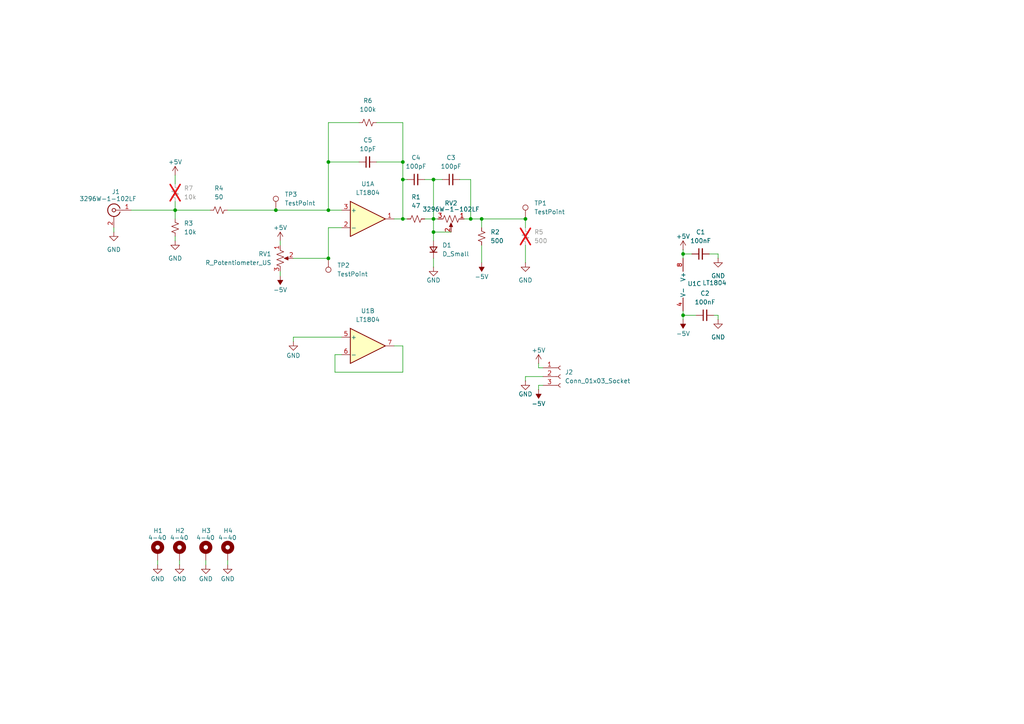
<source format=kicad_sch>
(kicad_sch (version 20231120) (generator "eeschema") (generator_version "8.0")
  (paper "A4")
  (title_block (title "GaN Gate Driver") (date "2024-06-16") (rev "v1.0") (company "OpenEPR") (comment 1 "Timothy Keller"))
  (lib_symbols
    (symbol "Amplifier_Operational:LMV358" (pin_names (offset 0.127))
      (property "Reference" "U" (at 0 5.08 0))
      (property "Value" "LMV358" (at 0 -5.08 0))
      (symbol "LMV358_1_1"
        (polyline (pts (xy -5.08 5.08) (xy 5.08 0) (xy -5.08 -5.08) (xy -5.08 5.08)) (stroke (width 0.254)) (fill (type background)))
        (pin output line (at 7.62 0 180) (length 2.54) (name "~") (number "1"))
        (pin input line (at -7.62 -2.54 0) (length 2.54) (name "-") (number "2"))
        (pin input line (at -7.62 2.54 0) (length 2.54) (name "+") (number "3"))
      )
      (symbol "LMV358_2_1"
        (polyline (pts (xy -5.08 5.08) (xy 5.08 0) (xy -5.08 -5.08) (xy -5.08 5.08)) (stroke (width 0.254)) (fill (type background)))
        (pin input line (at -7.62 2.54 0) (length 2.54) (name "+") (number "5"))
        (pin input line (at -7.62 -2.54 0) (length 2.54) (name "-") (number "6"))
        (pin output line (at 7.62 0 180) (length 2.54) (name "~") (number "7"))
      )
      (symbol "LMV358_3_1"
        (pin power_in line (at -2.54 -7.62 90) (length 3.81) (name "V-") (number "4"))
        (pin power_in line (at -2.54 7.62 270) (length 3.81) (name "V+") (number "8"))
      )
    )
    (symbol "Connector:Conn_01x03_Socket" (pin_names (offset 1.016) hide)
      (property "Reference" "J" (at 0 5.08 0))
      (property "Value" "Conn_01x03_Socket" (at 0 -5.08 0))
      (symbol "Conn_01x03_Socket_1_1"
        (arc (start 0 -2.032) (mid -0.5058 -2.54) (end 0 -3.048) (stroke (width 0.1524)))
        (polyline (pts (xy -1.27 -2.54) (xy -0.508 -2.54)) (stroke (width 0.1524)))
        (polyline (pts (xy -1.27 0) (xy -0.508 0)) (stroke (width 0.1524)))
        (polyline (pts (xy -1.27 2.54) (xy -0.508 2.54)) (stroke (width 0.1524)))
        (arc (start 0 0.508) (mid -0.5058 0) (end 0 -0.508) (stroke (width 0.1524)))
        (arc (start 0 3.048) (mid -0.5058 2.54) (end 0 2.032) (stroke (width 0.1524)))
        (pin passive line (at -5.08 2.54 0) (length 3.81) (name "Pin_1") (number "1"))
        (pin passive line (at -5.08 0 0) (length 3.81) (name "Pin_2") (number "2"))
        (pin passive line (at -5.08 -2.54 0) (length 3.81) (name "Pin_3") (number "3"))
      )
    )
    (symbol "Connector:Conn_Coaxial" (pin_names (offset 1.016) hide)
      (property "Reference" "J" (at 0.254 3.048 0))
      (property "Value" "Conn_Coaxial" (at 2.921 0 90))
      (symbol "Conn_Coaxial_0_1"
        (arc (start -1.778 -0.508) (mid 0.2311 -1.8066) (end 1.778 0) (stroke (width 0.254)))
        (polyline (pts (xy -2.54 0) (xy -0.508 0)))
        (polyline (pts (xy 0 -2.54) (xy 0 -1.778)))
        (circle (center 0 0) (radius 0.508) (stroke (width 0.2032)))
        (arc (start 1.778 0) (mid 0.2099 1.8101) (end -1.778 0.508) (stroke (width 0.254)))
      )
      (symbol "Conn_Coaxial_1_1"
        (pin passive line (at -5.08 0 0) (length 2.54) (name "In") (number "1"))
        (pin passive line (at 0 -5.08 90) (length 2.54) (name "Ext") (number "2"))
      )
    )
    (symbol "Connector:TestPoint" (pin_numbers hide) (pin_names (offset 0.762) hide)
      (property "Reference" "TP" (at 0 6.858 0))
      (property "Value" "TestPoint" (at 0 5.08 0))
      (symbol "TestPoint_0_1"
        (circle (center 0 3.302) (radius 0.762))
      )
      (symbol "TestPoint_1_1"
        (pin passive line (at 0 0 90) (length 2.54) (name "1") (number "1"))
      )
    )
    (symbol "Device:C_Small" (pin_numbers hide) (pin_names (offset 0.254) hide)
      (property "Reference" "C" (at 0.254 1.778 0))
      (property "Value" "C_Small" (at 0.254 -2.032 0))
      (symbol "C_Small_0_1"
        (polyline (pts (xy -1.524 -0.508) (xy 1.524 -0.508)) (stroke (width 0.3302)))
        (polyline (pts (xy -1.524 0.508) (xy 1.524 0.508)) (stroke (width 0.3048)))
      )
      (symbol "C_Small_1_1"
        (pin passive line (at 0 2.54 270) (length 2.032) (name "~") (number "1"))
        (pin passive line (at 0 -2.54 90) (length 2.032) (name "~") (number "2"))
      )
    )
    (symbol "Device:D_Small" (pin_numbers hide) (pin_names (offset 0.254) hide)
      (property "Reference" "D" (at -1.27 2.032 0))
      (property "Value" "D_Small" (at -3.81 -2.032 0))
      (symbol "D_Small_0_1"
        (polyline (pts (xy -0.762 -1.016) (xy -0.762 1.016)) (stroke (width 0.254)))
        (polyline (pts (xy -0.762 0) (xy 0.762 0)))
        (polyline (pts (xy 0.762 -1.016) (xy -0.762 0) (xy 0.762 1.016) (xy 0.762 -1.016)) (stroke (width 0.254)))
      )
      (symbol "D_Small_1_1"
        (pin passive line (at -2.54 0 0) (length 1.778) (name "K") (number "1"))
        (pin passive line (at 2.54 0 180) (length 1.778) (name "A") (number "2"))
      )
    )
    (symbol "Device:R_Potentiometer_US" (pin_names (offset 1.016) hide)
      (property "Reference" "RV" (at -4.445 0 90))
      (property "Value" "R_Potentiometer_US" (at -2.54 0 90))
      (symbol "R_Potentiometer_US_0_1"
        (polyline (pts (xy 0 -2.286) (xy 0 -2.54)))
        (polyline (pts (xy 0 2.54) (xy 0 2.286)))
        (polyline (pts (xy 2.54 0) (xy 1.524 0)))
        (polyline (pts (xy 1.143 0) (xy 2.286 0.508) (xy 2.286 -0.508) (xy 1.143 0)) (fill (type outline)))
        (polyline (pts (xy 0 -0.762) (xy 1.016 -1.143) (xy 0 -1.524) (xy -1.016 -1.905) (xy 0 -2.286)))
        (polyline (pts (xy 0 0.762) (xy 1.016 0.381) (xy 0 0) (xy -1.016 -0.381) (xy 0 -0.762)))
        (polyline (pts (xy 0 2.286) (xy 1.016 1.905) (xy 0 1.524) (xy -1.016 1.143) (xy 0 0.762)))
      )
      (symbol "R_Potentiometer_US_1_1"
        (pin passive line (at 0 3.81 270) (length 1.27) (name "1") (number "1"))
        (pin passive line (at 3.81 0 180) (length 1.27) (name "2") (number "2"))
        (pin passive line (at 0 -3.81 90) (length 1.27) (name "3") (number "3"))
      )
    )
    (symbol "Device:R_Small_US" (pin_numbers hide) (pin_names (offset 0.254) hide)
      (property "Reference" "R" (at 0.762 0.508 0))
      (property "Value" "R_Small_US" (at 0.762 -1.016 0))
      (symbol "R_Small_US_1_1"
        (polyline (pts (xy 0 0) (xy 1.016 -0.381) (xy 0 -0.762) (xy -1.016 -1.143) (xy 0 -1.524)))
        (polyline (pts (xy 0 1.524) (xy 1.016 1.143) (xy 0 0.762) (xy -1.016 0.381) (xy 0 0)))
        (pin passive line (at 0 2.54 270) (length 1.016) (name "~") (number "1"))
        (pin passive line (at 0 -2.54 90) (length 1.016) (name "~") (number "2"))
      )
    )
    (symbol "Mechanical:MountingHole_Pad" (pin_numbers hide) (pin_names (offset 1.016) hide) (exclude_from_sim yes) (in_bom no)
      (property "Reference" "H" (at 0 6.35 0))
      (property "Value" "MountingHole_Pad" (at 0 4.445 0))
      (symbol "MountingHole_Pad_0_1"
        (circle (center 0 1.27) (radius 1.27) (stroke (width 1.27)))
      )
      (symbol "MountingHole_Pad_1_1"
        (pin input line (at 0 -2.54 90) (length 2.54) (name "1") (number "1"))
      )
    )
    (symbol "power:+5V" (power) (pin_numbers hide) (pin_names (offset 0) hide)
      (property "Value" "+5V" (at 0 3.556 0))
      (symbol "+5V_0_1"
        (polyline (pts (xy -0.762 1.27) (xy 0 2.54)))
        (polyline (pts (xy 0 0) (xy 0 2.54)))
        (polyline (pts (xy 0 2.54) (xy 0.762 1.27)))
      )
      (symbol "+5V_1_1"
        (pin power_in line (at 0 0 90) (length 0) (name "~") (number "1"))
      )
    )
    (symbol "power:-5V" (power) (pin_numbers hide) (pin_names (offset 0) hide)
      (property "Value" "-5V" (at 0 3.556 0))
      (symbol "-5V_0_0"
        (pin power_in line (at 0 0 90) (length 0) (name "~") (number "1"))
      )
      (symbol "-5V_0_1"
        (polyline (pts (xy 0 0) (xy 0 1.27) (xy 0.762 1.27) (xy 0 2.54) (xy -0.762 1.27) (xy 0 1.27)) (fill (type outline)))
      )
    )
    (symbol "power:GND" (power) (pin_numbers hide) (pin_names (offset 0) hide)
      (property "Value" "GND" (at 0 -3.81 0))
      (symbol "GND_0_1"
        (polyline (pts (xy 0 0) (xy 0 -1.27) (xy 1.27 -1.27) (xy 0 -2.54) (xy -1.27 -1.27) (xy 0 -1.27)))
      )
      (symbol "GND_1_1"
        (pin power_in line (at 0 0 270) (length 0) (name "~") (number "1"))
      )
    )
  )
  (junction (at 139.7 63.5))
  (junction (at 152.4 63.5))
  (junction (at 50.8 60.96))
  (junction (at 125.73 63.5))
  (junction (at 116.84 63.5))
  (junction (at 136.525 63.5))
  (junction (at 125.73 52.07))
  (junction (at 198.12 73.66))
  (junction (at 95.25 46.99))
  (junction (at 116.84 52.07))
  (junction (at 198.12 91.44))
  (junction (at 95.25 74.93))
  (junction (at 95.25 60.96))
  (junction (at 116.84 46.99))
  (junction (at 80.01 60.96))
  (junction (at 125.73 67.31))
  (wire (pts (xy 208.28 91.44) (xy 207.01 91.44)))
  (wire (pts (xy 50.8 68.58) (xy 50.8 69.85)))
  (wire (pts (xy 136.525 52.07) (xy 136.525 63.5)))
  (wire (pts (xy 208.28 74.93) (xy 208.28 73.66)))
  (wire (pts (xy 152.4 109.22) (xy 157.48 109.22)))
  (wire (pts (xy 116.84 52.07) (xy 116.84 63.5)))
  (wire (pts (xy 118.11 52.07) (xy 116.84 52.07)))
  (wire (pts (xy 50.8 58.42) (xy 50.8 60.96)))
  (wire (pts (xy 123.19 52.07) (xy 125.73 52.07)))
  (wire (pts (xy 97.155 102.87) (xy 97.155 107.95)))
  (wire (pts (xy 125.73 67.31) (xy 125.73 63.5)))
  (wire (pts (xy 104.14 46.99) (xy 95.25 46.99)))
  (wire (pts (xy 50.8 60.96) (xy 60.96 60.96)))
  (wire (pts (xy 198.12 73.66) (xy 200.66 73.66)))
  (wire (pts (xy 208.28 73.66) (xy 205.74 73.66)))
  (wire (pts (xy 50.8 63.5) (xy 50.8 60.96)))
  (wire (pts (xy 33.02 66.04) (xy 33.02 67.31)))
  (wire (pts (xy 109.22 46.99) (xy 116.84 46.99)))
  (wire (pts (xy 152.4 71.12) (xy 152.4 76.2)))
  (wire (pts (xy 99.06 102.87) (xy 97.155 102.87)))
  (wire (pts (xy 156.21 106.68) (xy 156.21 105.41)))
  (wire (pts (xy 95.25 74.93) (xy 95.25 66.04)))
  (wire (pts (xy 95.25 66.04) (xy 99.06 66.04)))
  (wire (pts (xy 116.84 107.95) (xy 116.84 100.33)))
  (wire (pts (xy 116.84 63.5) (xy 118.11 63.5)))
  (wire (pts (xy 152.4 66.04) (xy 152.4 63.5)))
  (wire (pts (xy 85.09 74.93) (xy 95.25 74.93)))
  (wire (pts (xy 95.25 35.56) (xy 95.25 46.99)))
  (wire (pts (xy 59.69 162.56) (xy 59.69 163.83)))
  (wire (pts (xy 85.09 99.06) (xy 85.09 97.79)))
  (wire (pts (xy 198.12 91.44) (xy 201.93 91.44)))
  (wire (pts (xy 104.14 35.56) (xy 95.25 35.56)))
  (wire (pts (xy 198.12 72.39) (xy 198.12 73.66)))
  (wire (pts (xy 139.7 66.04) (xy 139.7 63.5)))
  (wire (pts (xy 95.25 60.96) (xy 99.06 60.96)))
  (wire (pts (xy 123.19 63.5) (xy 125.73 63.5)))
  (wire (pts (xy 156.21 111.76) (xy 156.21 113.03)))
  (wire (pts (xy 95.25 46.99) (xy 95.25 60.96)))
  (wire (pts (xy 66.04 162.56) (xy 66.04 163.83)))
  (wire (pts (xy 116.84 35.56) (xy 116.84 46.99)))
  (wire (pts (xy 157.48 111.76) (xy 156.21 111.76)))
  (wire (pts (xy 130.81 67.31) (xy 125.73 67.31)))
  (wire (pts (xy 139.7 71.12) (xy 139.7 76.2)))
  (wire (pts (xy 125.73 63.5) (xy 127 63.5)))
  (wire (pts (xy 85.09 97.79) (xy 99.06 97.79)))
  (wire (pts (xy 198.12 90.17) (xy 198.12 91.44)))
  (wire (pts (xy 208.28 92.71) (xy 208.28 91.44)))
  (wire (pts (xy 125.73 52.07) (xy 125.73 63.5)))
  (wire (pts (xy 116.84 46.99) (xy 116.84 52.07)))
  (wire (pts (xy 97.155 107.95) (xy 116.84 107.95)))
  (wire (pts (xy 139.7 63.5) (xy 136.525 63.5)))
  (wire (pts (xy 52.07 162.56) (xy 52.07 163.83)))
  (wire (pts (xy 81.28 78.74) (xy 81.28 80.01)))
  (wire (pts (xy 81.28 69.85) (xy 81.28 71.12)))
  (wire (pts (xy 157.48 106.68) (xy 156.21 106.68)))
  (wire (pts (xy 38.1 60.96) (xy 50.8 60.96)))
  (wire (pts (xy 133.35 52.07) (xy 136.525 52.07)))
  (wire (pts (xy 198.12 73.66) (xy 198.12 74.93)))
  (wire (pts (xy 66.04 60.96) (xy 80.01 60.96)))
  (wire (pts (xy 80.01 60.96) (xy 95.25 60.96)))
  (wire (pts (xy 125.73 67.31) (xy 125.73 69.85)))
  (wire (pts (xy 116.84 100.33) (xy 114.3 100.33)))
  (wire (pts (xy 45.72 162.56) (xy 45.72 163.83)))
  (wire (pts (xy 50.8 50.8) (xy 50.8 53.34)))
  (wire (pts (xy 116.84 63.5) (xy 114.3 63.5)))
  (wire (pts (xy 136.525 63.5) (xy 134.62 63.5)))
  (wire (pts (xy 198.12 91.44) (xy 198.12 92.71)))
  (wire (pts (xy 109.22 35.56) (xy 116.84 35.56)))
  (wire (pts (xy 128.27 52.07) (xy 125.73 52.07)))
  (wire (pts (xy 152.4 110.49) (xy 152.4 109.22)))
  (wire (pts (xy 125.73 74.93) (xy 125.73 77.47)))
  (wire (pts (xy 152.4 63.5) (xy 139.7 63.5)))
  (symbol (lib_id "power:GND") (at 33.02 67.31 0) (unit 1)
    (property "Reference" "#PWR08" (effects (hide yes)))
    (property "Value" "GND" (at 33.02 72.39 0))
    (property "Description" "Power symbol creates a global label with name \"GND\" , ground" (effects (hide yes)))
  )
  (symbol (lib_id "Device:D_Small") (at 125.73 72.39 90) (unit 1)
    (property "Reference" "D1" (at 128.27 71.1199 90) (effects (justify right)))
    (property "Value" "D_Small" (at 128.27 73.6599 90) (effects (justify right)))
    (property "Footprint" "Diode_SMD:D_SOD-123" (effects (hide yes)))
    (property "Description" "Diode, small symbol" (effects (hide yes)))
    (property "Sim.Device" "D" (effects (hide yes)))
    (property "Sim.Pins" "1=K 2=A" (effects (hide yes)))
  )
  (symbol (lib_id "Device:R_Small_US") (at 50.8 55.88 180) (unit 1) (dnp yes)
    (property "Reference" "R7" (at 53.34 54.6099 0) (effects (justify right)))
    (property "Value" "10k" (at 53.34 57.1499 0) (effects (justify right)))
    (property "Footprint" "Resistor_SMD:R_0805_2012Metric" (effects (hide yes)))
    (property "Description" "Resistor, small US symbol" (effects (hide yes)))
  )
  (symbol (lib_id "Mechanical:MountingHole_Pad") (at 59.69 160.02 0) (unit 1) (exclude_from_sim yes) (in_bom no)
    (property "Reference" "H3" (at 58.42 153.924 0) (effects (justify left)))
    (property "Value" "4-40" (at 56.896 155.956 0) (effects (justify left)))
    (property "Footprint" "_tim-Mounting-Holes:4-40_Hole_Pad" (effects (hide yes)))
    (property "Description" "Mounting Hole with connection" (effects (hide yes)))
  )
  (symbol (lib_id "Device:C_Small") (at 204.47 91.44 90) (unit 1)
    (property "Reference" "C2" (at 204.4763 85.09 90))
    (property "Value" "100nF" (at 204.4763 87.63 90))
    (property "Footprint" "Capacitor_SMD:C_0805_2012Metric" (effects (hide yes)))
    (property "Description" "Unpolarized capacitor, small symbol" (effects (hide yes)))
  )
  (symbol (lib_id "Device:R_Potentiometer_US") (at 130.81 63.5 270) (unit 1)
    (property "Reference" "RV2" (at 130.81 58.928 90))
    (property "Value" "3296W-1-102LF" (at 130.81 60.706 90))
    (property "Footprint" "Potentiometer_THT:Potentiometer_Bourns_3296W_Vertical" (effects (hide yes)))
    (property "Description" "Potentiometer, US symbol" (effects (hide yes)))
  )
  (symbol (lib_id "Connector:Conn_Coaxial") (at 33.02 60.96 0) (mirror y) (unit 1)
    (property "Reference" "J1" (at 34.798 55.626 0) (effects (justify left)))
    (property "Value" "3296W-1-102LF" (at 39.624 57.658 0) (effects (justify left)))
    (property "Footprint" "Connector_Coaxial:SMA_Samtec_SMA-J-P-X-ST-EM1_EdgeMount" (effects (hide yes)))
    (property "Datasheet" " ~" (effects (hide yes)))
    (property "Description" "coaxial connector (BNC, SMA, SMB, SMC, Cinch/RCA, LEMO, ...)" (effects (hide yes)))
  )
  (symbol (lib_id "Connector:TestPoint") (at 152.4 63.5 0) (unit 1)
    (property "Reference" "TP1" (at 154.94 58.9279 0) (effects (justify left)))
    (property "Value" "TestPoint" (at 154.94 61.4679 0) (effects (justify left)))
    (property "Footprint" "TestPoint:TestPoint_Pad_D1.0mm" (effects (hide yes)))
    (property "Description" "test point" (effects (hide yes)))
  )
  (symbol (lib_id "Device:R_Small_US") (at 50.8 66.04 180) (unit 1)
    (property "Reference" "R3" (at 53.34 64.7699 0) (effects (justify right)))
    (property "Value" "10k" (at 53.34 67.3099 0) (effects (justify right)))
    (property "Footprint" "Resistor_SMD:R_0805_2012Metric" (effects (hide yes)))
    (property "Description" "Resistor, small US symbol" (effects (hide yes)))
  )
  (symbol (lib_id "power:GND") (at 85.09 99.06 0) (unit 1)
    (property "Reference" "#PWR09" (effects (hide yes)))
    (property "Value" "GND" (at 85.09 103.124 0))
    (property "Description" "Power symbol creates a global label with name \"GND\" , ground" (effects (hide yes)))
  )
  (symbol (lib_id "Device:R_Small_US") (at 106.68 35.56 90) (unit 1)
    (property "Reference" "R6" (at 106.68 29.21 90))
    (property "Value" "100k" (at 106.68 31.75 90))
    (property "Footprint" "Resistor_SMD:R_0805_2012Metric" (effects (hide yes)))
    (property "Description" "Resistor, small US symbol" (effects (hide yes)))
  )
  (symbol (lib_id "power:-5V") (at 156.21 113.03 180) (unit 1)
    (property "Reference" "#PWR018" (effects (hide yes)))
    (property "Value" "-5V" (at 156.21 117.094 0))
    (property "Description" "Power symbol creates a global label with name \"-5V\"" (effects (hide yes)))
  )
  (symbol (lib_id "power:GND") (at 125.73 77.47 0) (unit 1)
    (property "Reference" "#PWR05" (effects (hide yes)))
    (property "Value" "GND" (at 125.73 81.28 0))
    (property "Description" "Power symbol creates a global label with name \"GND\" , ground" (effects (hide yes)))
  )
  (symbol (lib_id "Connector:TestPoint") (at 80.01 60.96 0) (unit 1)
    (property "Reference" "TP3" (at 82.55 56.3879 0) (effects (justify left)))
    (property "Value" "TestPoint" (at 82.55 58.9279 0) (effects (justify left)))
    (property "Footprint" "TestPoint:TestPoint_Pad_D1.0mm" (effects (hide yes)))
    (property "Description" "test point" (effects (hide yes)))
  )
  (symbol (lib_id "Device:C_Small") (at 203.2 73.66 90) (unit 1)
    (property "Reference" "C1" (at 203.2063 67.31 90))
    (property "Value" "100nF" (at 203.2063 69.85 90))
    (property "Footprint" "Capacitor_SMD:C_0805_2012Metric" (effects (hide yes)))
    (property "Description" "Unpolarized capacitor, small symbol" (effects (hide yes)))
  )
  (symbol (lib_id "Amplifier_Operational:LMV358") (at 200.66 82.55 0) (unit 3)
    (property "Reference" "U1" (at 199.39 82.296 0) (effects (justify left)))
    (property "Value" "LT1804" (at 203.708 82.042 0) (effects (justify left)))
    (property "Footprint" "Package_SO:SOIC-8_3.9x4.9mm_P1.27mm" (effects (hide yes)))
    (property "Datasheet" "https://www.analog.com/media/en/technical-documentation/data-sheets/180345f.pdf" (effects (hide yes)))
    (property "Description" "Single/Dual/Quad 100V/µs, 85MHz, Rail-to-Rail Input and Output Op Amps " (effects (hide yes)))
  )
  (symbol (lib_id "Device:R_Potentiometer_US") (at 81.28 74.93 0) (unit 1)
    (property "Reference" "RV1" (at 78.74 73.6599 0) (effects (justify right)))
    (property "Value" "R_Potentiometer_US" (at 78.74 76.1999 0) (effects (justify right)))
    (property "Footprint" "Potentiometer_THT:Potentiometer_Bourns_3296W_Vertical" (effects (hide yes)))
    (property "Description" "Potentiometer, US symbol" (effects (hide yes)))
  )
  (symbol (lib_id "power:GND") (at 45.72 163.83 0) (unit 1)
    (property "Reference" "#PWR014" (effects (hide yes)))
    (property "Value" "GND" (at 45.72 167.894 0))
    (property "Description" "Power symbol creates a global label with name \"GND\" , ground" (effects (hide yes)))
  )
  (symbol (lib_id "power:GND") (at 66.04 163.83 0) (unit 1)
    (property "Reference" "#PWR017" (effects (hide yes)))
    (property "Value" "GND" (at 66.04 167.894 0))
    (property "Description" "Power symbol creates a global label with name \"GND\" , ground" (effects (hide yes)))
  )
  (symbol (lib_id "Connector:Conn_01x03_Socket") (at 162.56 109.22 0) (unit 1)
    (property "Reference" "J2" (at 163.83 107.9499 0) (effects (justify left)))
    (property "Value" "Conn_01x03_Socket" (at 163.83 110.4899 0) (effects (justify left)))
    (property "Description" "Generic connector, single row, 01x03, script generated" (effects (hide yes)))
  )
  (symbol (lib_id "power:+5V") (at 198.12 72.39 0) (unit 1)
    (property "Reference" "#PWR01" (effects (hide yes)))
    (property "Value" "+5V" (at 198.12 68.58 0))
    (property "Description" "Power symbol creates a global label with name \"+5V\"" (effects (hide yes)))
  )
  (symbol (lib_id "Mechanical:MountingHole_Pad") (at 66.04 160.02 0) (unit 1) (exclude_from_sim yes) (in_bom no)
    (property "Reference" "H4" (at 64.77 153.924 0) (effects (justify left)))
    (property "Value" "4-40" (at 63.246 155.956 0) (effects (justify left)))
    (property "Footprint" "_tim-Mounting-Holes:4-40_Hole_Pad" (effects (hide yes)))
    (property "Description" "Mounting Hole with connection" (effects (hide yes)))
  )
  (symbol (lib_id "power:+5V") (at 50.8 50.8 0) (unit 1)
    (property "Reference" "#PWR013" (effects (hide yes)))
    (property "Value" "+5V" (at 50.8 46.99 0))
    (property "Description" "Power symbol creates a global label with name \"+5V\"" (effects (hide yes)))
  )
  (symbol (lib_id "power:+5V") (at 156.21 105.41 0) (unit 1)
    (property "Reference" "#PWR019" (effects (hide yes)))
    (property "Value" "+5V" (at 156.21 101.6 0))
    (property "Description" "Power symbol creates a global label with name \"+5V\"" (effects (hide yes)))
  )
  (symbol (lib_id "Mechanical:MountingHole_Pad") (at 52.07 160.02 0) (unit 1) (exclude_from_sim yes) (in_bom no)
    (property "Reference" "H2" (at 50.8 153.924 0) (effects (justify left)))
    (property "Value" "4-40" (at 49.276 155.956 0) (effects (justify left)))
    (property "Footprint" "_tim-Mounting-Holes:4-40_Hole_Pad" (effects (hide yes)))
    (property "Description" "Mounting Hole with connection" (effects (hide yes)))
  )
  (symbol (lib_id "Device:C_Small") (at 106.68 46.99 90) (unit 1)
    (property "Reference" "C5" (at 106.6863 40.64 90))
    (property "Value" "10pF" (at 106.6863 43.18 90))
    (property "Footprint" "Capacitor_SMD:C_0805_2012Metric" (effects (hide yes)))
    (property "Description" "Unpolarized capacitor, small symbol" (effects (hide yes)))
  )
  (symbol (lib_id "Amplifier_Operational:LMV358") (at 106.68 63.5 0) (unit 1)
    (property "Reference" "U1" (at 106.68 53.34 0))
    (property "Value" "LT1804" (at 106.68 55.88 0))
    (property "Footprint" "Package_SO:SOIC-8_3.9x4.9mm_P1.27mm" (effects (hide yes)))
    (property "Datasheet" "https://www.analog.com/media/en/technical-documentation/data-sheets/180345f.pdf" (effects (hide yes)))
    (property "Description" "Single/Dual/Quad 100V/µs, 85MHz, Rail-to-Rail Input and Output Op Amps " (effects (hide yes)))
  )
  (symbol (lib_id "Device:C_Small") (at 130.81 52.07 90) (unit 1)
    (property "Reference" "C3" (at 130.8163 45.72 90))
    (property "Value" "100pF" (at 130.8163 48.26 90))
    (property "Footprint" "Capacitor_SMD:C_0805_2012Metric" (effects (hide yes)))
    (property "Description" "Unpolarized capacitor, small symbol" (effects (hide yes)))
  )
  (symbol (lib_id "power:-5V") (at 139.7 76.2 180) (unit 1)
    (property "Reference" "#PWR06" (effects (hide yes)))
    (property "Value" "-5V" (at 139.7 80.264 0))
    (property "Description" "Power symbol creates a global label with name \"-5V\"" (effects (hide yes)))
  )
  (symbol (lib_id "Amplifier_Operational:LMV358") (at 106.68 100.33 0) (unit 2)
    (property "Reference" "U1" (at 106.68 90.17 0))
    (property "Value" "LT1804" (at 106.68 92.71 0))
    (property "Footprint" "Package_SO:SOIC-8_3.9x4.9mm_P1.27mm" (effects (hide yes)))
    (property "Datasheet" "https://www.analog.com/media/en/technical-documentation/data-sheets/180345f.pdf" (effects (hide yes)))
    (property "Description" "Single/Dual/Quad 100V/µs, 85MHz, Rail-to-Rail Input and Output Op Amps " (effects (hide yes)))
  )
  (symbol (lib_id "Device:R_Small_US") (at 120.65 63.5 90) (unit 1)
    (property "Reference" "R1" (at 120.65 57.15 90))
    (property "Value" "47" (at 120.65 59.69 90))
    (property "Footprint" "Resistor_SMD:R_0805_2012Metric" (effects (hide yes)))
    (property "Description" "Resistor, small US symbol" (effects (hide yes)))
  )
  (symbol (lib_id "power:-5V") (at 198.12 92.71 180) (unit 1)
    (property "Reference" "#PWR02" (effects (hide yes)))
    (property "Value" "-5V" (at 198.12 96.774 0))
    (property "Description" "Power symbol creates a global label with name \"-5V\"" (effects (hide yes)))
  )
  (symbol (lib_id "power:+5V") (at 81.28 69.85 0) (unit 1)
    (property "Reference" "#PWR04" (effects (hide yes)))
    (property "Value" "+5V" (at 81.28 66.04 0))
    (property "Description" "Power symbol creates a global label with name \"+5V\"" (effects (hide yes)))
  )
  (symbol (lib_id "Mechanical:MountingHole_Pad") (at 45.72 160.02 0) (unit 1) (exclude_from_sim yes) (in_bom no)
    (property "Reference" "H1" (at 44.45 153.924 0) (effects (justify left)))
    (property "Value" "4-40" (at 42.926 155.956 0) (effects (justify left)))
    (property "Footprint" "_tim-Mounting-Holes:4-40_Hole_Pad" (effects (hide yes)))
    (property "Description" "Mounting Hole with connection" (effects (hide yes)))
  )
  (symbol (lib_id "power:-5V") (at 81.28 80.01 180) (unit 1)
    (property "Reference" "#PWR03" (effects (hide yes)))
    (property "Value" "-5V" (at 81.28 84.074 0))
    (property "Description" "Power symbol creates a global label with name \"-5V\"" (effects (hide yes)))
  )
  (symbol (lib_id "Device:R_Small_US") (at 63.5 60.96 90) (unit 1)
    (property "Reference" "R4" (at 63.5 54.61 90))
    (property "Value" "50" (at 63.5 57.15 90))
    (property "Footprint" "Resistor_SMD:R_0805_2012Metric" (effects (hide yes)))
    (property "Description" "Resistor, small US symbol" (effects (hide yes)))
  )
  (symbol (lib_id "power:GND") (at 50.8 69.85 0) (unit 1)
    (property "Reference" "#PWR07" (effects (hide yes)))
    (property "Value" "GND" (at 50.8 74.93 0))
    (property "Description" "Power symbol creates a global label with name \"GND\" , ground" (effects (hide yes)))
  )
  (symbol (lib_id "power:GND") (at 52.07 163.83 0) (unit 1)
    (property "Reference" "#PWR015" (effects (hide yes)))
    (property "Value" "GND" (at 52.07 167.894 0))
    (property "Description" "Power symbol creates a global label with name \"GND\" , ground" (effects (hide yes)))
  )
  (symbol (lib_id "power:GND") (at 152.4 110.49 0) (unit 1)
    (property "Reference" "#PWR020" (effects (hide yes)))
    (property "Value" "GND" (at 152.4 114.3 0))
    (property "Description" "Power symbol creates a global label with name \"GND\" , ground" (effects (hide yes)))
  )
  (symbol (lib_id "power:GND") (at 59.69 163.83 0) (unit 1)
    (property "Reference" "#PWR016" (effects (hide yes)))
    (property "Value" "GND" (at 59.69 167.894 0))
    (property "Description" "Power symbol creates a global label with name \"GND\" , ground" (effects (hide yes)))
  )
  (symbol (lib_id "Device:R_Small_US") (at 152.4 68.58 180) (unit 1) (dnp yes)
    (property "Reference" "R5" (at 154.94 67.3099 0) (effects (justify right)))
    (property "Value" "500" (at 154.94 69.8499 0) (effects (justify right)))
    (property "Footprint" "Resistor_SMD:R_0805_2012Metric" (effects (hide yes)))
    (property "Description" "Resistor, small US symbol" (effects (hide yes)))
  )
  (symbol (lib_id "power:GND") (at 208.28 74.93 0) (unit 1)
    (property "Reference" "#PWR010" (effects (hide yes)))
    (property "Value" "GND" (at 208.28 80.01 0))
    (property "Description" "Power symbol creates a global label with name \"GND\" , ground" (effects (hide yes)))
  )
  (symbol (lib_id "power:GND") (at 152.4 76.2 0) (unit 1)
    (property "Reference" "#PWR012" (effects (hide yes)))
    (property "Value" "GND" (at 152.4 81.28 0))
    (property "Description" "Power symbol creates a global label with name \"GND\" , ground" (effects (hide yes)))
  )
  (symbol (lib_id "Device:R_Small_US") (at 139.7 68.58 180) (unit 1)
    (property "Reference" "R2" (at 142.24 67.3099 0) (effects (justify right)))
    (property "Value" "500" (at 142.24 69.8499 0) (effects (justify right)))
    (property "Footprint" "Resistor_SMD:R_0805_2012Metric" (effects (hide yes)))
    (property "Description" "Resistor, small US symbol" (effects (hide yes)))
  )
  (symbol (lib_id "power:GND") (at 208.28 92.71 0) (unit 1)
    (property "Reference" "#PWR011" (effects (hide yes)))
    (property "Value" "GND" (at 208.28 97.79 0))
    (property "Description" "Power symbol creates a global label with name \"GND\" , ground" (effects (hide yes)))
  )
  (symbol (lib_id "Connector:TestPoint") (at 95.25 74.93 180) (unit 1)
    (property "Reference" "TP2" (at 97.79 76.9619 0) (effects (justify right)))
    (property "Value" "TestPoint" (at 97.79 79.5019 0) (effects (justify right)))
    (property "Footprint" "TestPoint:TestPoint_Pad_D1.0mm" (effects (hide yes)))
    (property "Description" "test point" (effects (hide yes)))
  )
  (symbol (lib_id "Device:C_Small") (at 120.65 52.07 90) (unit 1)
    (property "Reference" "C4" (at 120.6563 45.72 90))
    (property "Value" "100pF" (at 120.6563 48.26 90))
    (property "Footprint" "Capacitor_SMD:C_0805_2012Metric" (effects (hide yes)))
    (property "Description" "Unpolarized capacitor, small symbol" (effects (hide yes)))
  )
)
</source>
